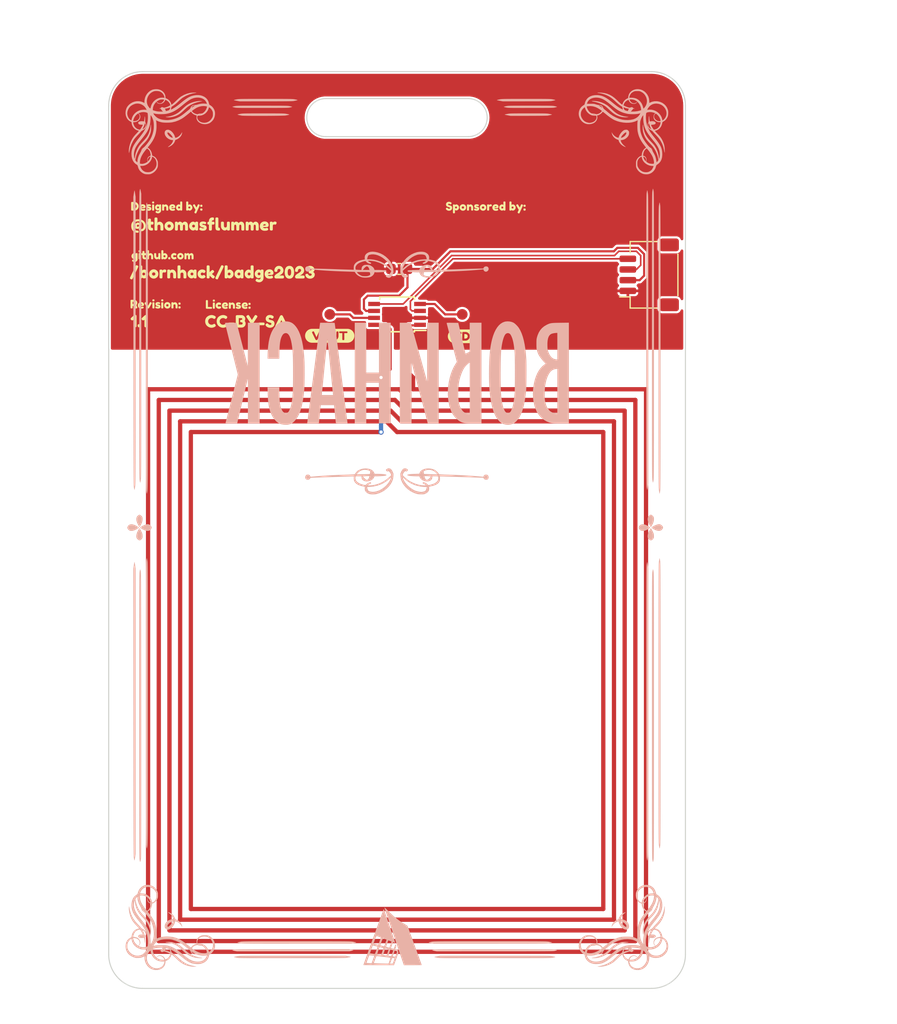
<source format=kicad_pcb>
(kicad_pcb (version 20221018) (generator pcbnew)
  (title_block (title "NFC Card Emulation (large antenna)") (date "2023-06-22") (rev "1.1"))
  (layers (0 "F.Cu" signal) (31 "B.Cu" signal) (34 "B.Paste" user) (35 "F.Paste" user) (36 "B.SilkS" user "B.Silkscreen") (37 "F.SilkS" user "F.Silkscreen") (38 "B.Mask" user) (39 "F.Mask" user) (44 "Edge.Cuts" user))
  (net 0 "")
  (net 1 "GND")
  (net 2 "VCC")
  (net 3 "/NTAG NFC/VOUT")
  (net 4 "/NTAG NFC/FD")
  (net 5 "/NTAG NFC/COIL")
  (net 6 "/SCL")
  (net 7 "/SDA")
  (footprint "kibuzzard-645C118B" (layer "F.Cu") (at 67.0675 72.55)
    (fp_text reference "kibuzzard-645C118B" hide)
    (fp_text value "G***" hide)
  )
  (footprint "TestPoint:TestPoint_Pad_D1.0mm" (layer "F.Cu") (at 88.9675 73.5)
    (fp_text reference "TP2" hide)
    (fp_text value "FieldDetect")
    (pad "1" smd circle (at 0 0) (size 1 1) (layers "F.Cu" "F.Mask") (net 4 "/NTAG NFC/FD"))
  )
  (footprint "kibuzzard-645C11AA" (layer "F.Cu") (at 68.7675 74.15)
    (fp_text reference "kibuzzard-645C11AA" hide)
    (fp_text value "G***" hide)
  )
  (footprint "kibuzzard-64946969" (layer "F.Cu") (at 60.9175 68.05)
    (fp_text reference "kibuzzard-64946969" hide)
    (fp_text value "G***" hide)
  )
  (footprint "kibuzzard-645C107E" (layer "F.Cu") (at 61.3175 63.5)
    (fp_text reference "kibuzzard-645C107E" hide)
    (fp_text value "G***" hide)
  )
  (footprint "Connector_JST:JST_SH_SM04B-SRSS-TB_1x04-1MP_P1.00mm_Horizontal" (layer "F.Cu") (at 106.4675 69.8 90)
    (fp_text reference "J3" hide)
    (fp_text value "LCSC C145956")
    (pad "1" smd roundrect (at -1.5 -2 90) (size 0.6 1.55) (layers "F.Cu" "F.Paste" "F.Mask") (net 1 "GND"))
    (pad "2" smd roundrect (at -0.5 -2 90) (size 0.6 1.55) (layers "F.Cu" "F.Paste" "F.Mask") (net 2 "VCC"))
    (pad "3" smd roundrect (at 0.5 -2 90) (size 0.6 1.55) (layers "F.Cu" "F.Paste" "F.Mask") (net 7 "/SDA"))
    (pad "4" smd roundrect (at 1.5 -2 90) (size 0.6 1.55) (layers "F.Cu" "F.Paste" "F.Mask") (net 6 "/SCL"))
    (pad "MP" smd roundrect (at -2.8 1.875 90) (size 1.2 1.8) (layers "F.Cu" "F.Paste" "F.Mask") (roundrect_rratio 0.2083333333))
    (pad "MP" smd roundrect (at 2.8 1.875 90) (size 1.2 1.8) (layers "F.Cu" "F.Paste" "F.Mask") (roundrect_rratio 0.2083333333))
  )
  (footprint "kibuzzard-645C104C" (layer "F.Cu") (at 64.7925 65.15)
    (fp_text reference "kibuzzard-645C104C" hide)
    (fp_text value "G***" hide)
  )
  (footprint "kibuzzard-649469D3" (layer "F.Cu") (at 91.1675 63.5)
    (fp_text reference "kibuzzard-649469D3" hide)
    (fp_text value "G***" hide)
  )
  (footprint "TestPoint:TestPoint_Pad_D1.0mm" (layer "F.Cu") (at 76.5675 73.5)
    (fp_text reference "TP1" hide)
    (fp_text value "VOUT")
    (pad "1" smd circle (at 0 0) (size 1 1) (layers "F.Cu" "F.Mask") (net 3 "/NTAG NFC/VOUT"))
  )
  (footprint "kibuzzard-645C1150" (layer "F.Cu") (at 60.2675 72.525)
    (fp_text reference "kibuzzard-645C1150" hide)
    (fp_text value "G***" hide)
  )
  (footprint "kibuzzard-649468E2" (layer "F.Cu") (at 88.9675 75.55)
    (fp_text reference "kibuzzard-649468E2" hide)
    (fp_text value "G***" hide)
  )
  (footprint "kibuzzard-647C9608" (layer "F.Cu") (at 58.7175 74.125)
    (fp_text reference "kibuzzard-647C9608" hide)
    (fp_text value "G***" hide)
  )
  (footprint "kibuzzard-649468CC" (layer "F.Cu") (at 76.5675 75.5)
    (fp_text reference "kibuzzard-649468CC" hide)
    (fp_text value "G***" hide)
  )
  (footprint "Capacitor_SMD:C_0603_1608Metric" (layer "F.Cu") (at 83.0675 69.25 180)
    (fp_text reference "C33" hide)
    (fp_text value "100nf")
    (pad "1" smd roundrect (at -0.775 0 180) (size 0.9 0.95) (layers "F.Cu" "F.Paste" "F.Mask") (net 2 "VCC"))
    (pad "2" smd roundrect (at 0.775 0 180) (size 0.9 0.95) (layers "F.Cu" "F.Paste" "F.Mask") (net 1 "GND"))
  )
  (footprint "Package_SO:TSSOP-8_3x3mm_P0.65mm" (layer "F.Cu") (at 82.8675 73.5 180)
    (fp_text reference "U2" hide)
    (fp_text value "NT3H2211")
    (pad "1" smd rect (at -2.15 -0.975 180) (size 1.1 0.4) (layers "F.Cu" "F.Paste" "F.Mask") (net 5 "/NTAG NFC/COIL"))
    (pad "2" smd rect (at -2.15 -0.325 180) (size 1.1 0.4) (layers "F.Cu" "F.Paste" "F.Mask") (net 1 "GND"))
    (pad "3" smd rect (at -2.15 0.325 180) (size 1.1 0.4) (layers "F.Cu" "F.Paste" "F.Mask") (net 6 "/SCL"))
    (pad "4" smd rect (at -2.15 0.975 180) (size 1.1 0.4) (layers "F.Cu" "F.Paste" "F.Mask") (net 4 "/NTAG NFC/FD"))
    (pad "5" smd rect (at 2.15 0.975 180) (size 1.1 0.4) (layers "F.Cu" "F.Paste" "F.Mask") (net 7 "/SDA"))
    (pad "6" smd rect (at 2.15 0.325 180) (size 1.1 0.4) (layers "F.Cu" "F.Paste" "F.Mask") (net 2 "VCC"))
    (pad "7" smd rect (at 2.15 -0.325 180) (size 1.1 0.4) (layers "F.Cu" "F.Paste" "F.Mask") (net 3 "/NTAG NFC/VOUT"))
    (pad "8" smd rect (at 2.15 -0.975 180) (size 1.1 0.4) (layers "F.Cu" "F.Paste" "F.Mask") (net 5 "/NTAG NFC/COIL"))
  )
  (footprint "kibuzzard-64946977" (layer "F.Cu") (at 66.5175 69.7)
    (fp_text reference "kibuzzard-64946977" hide)
    (fp_text value "G***" hide)
  )
  (footprint "LOGO" (layer "B.Cu") (at 82.8675 93.599 180)
    (fp_text reference "G***" hide)
    (fp_text value "LOGO" hide)
  )
  (gr_arc (start 106.68 50.8) (mid 108.925065 51.729936) (end 109.855 53.975) (stroke (width 0.1)) (layer "Edge.Cuts"))
  (gr_arc (start 89.535003 53.320002) (mid 91.314998 55.1) (end 89.535002 56.879998) (stroke (width 0.1)) (layer "Edge.Cuts"))
  (gr_line (start 55.88 53.975) (end 55.88 133.35) (stroke (width 0.1)) (layer "Edge.Cuts"))
  (gr_arc (start 59.055 136.525) (mid 56.809936 135.595064) (end 55.88 133.35) (stroke (width 0.1)) (layer "Edge.Cuts"))
  (gr_line (start 109.855 133.35) (end 109.855 53.975) (stroke (width 0.1)) (layer "Edge.Cuts"))
  (gr_arc (start 109.855 133.35) (mid 108.925064 135.595064) (end 106.68 136.525) (stroke (width 0.1)) (layer "Edge.Cuts"))
  (gr_line (start 89.535002 56.879998) (end 76.2 56.88) (stroke (width 0.1)) (layer "Edge.Cuts"))
  (gr_line (start 59.055 136.525) (end 106.68 136.525) (stroke (width 0.1)) (layer "Edge.Cuts"))
  (gr_arc (start 76.2 56.88) (mid 74.42 55.1) (end 76.2 53.32) (stroke (width 0.1)) (layer "Edge.Cuts"))
  (gr_line (start 106.68 50.8) (end 59.055 50.8) (stroke (width 0.1)) (layer "Edge.Cuts"))
  (gr_arc (start 55.88 53.975) (mid 56.809936 51.729936) (end 59.055 50.8) (stroke (width 0.1)) (layer "Edge.Cuts"))
  (gr_line (start 76.2 53.32) (end 89.535003 53.320002) (stroke (width 0.1)) (layer "Edge.Cuts"))
  (segment (start 105.401913 67.275499) (end 103.483087 67.275499) (width 0.2) (layer "F.Cu") (net 2))
  (segment (start 105.5675 70.3) (end 105.992001 69.875499) (width 0.2) (layer "F.Cu") (net 2))
  (segment (start 83.8425 69.25) (end 83.8425 70.975) (width 0.2) (layer "F.Cu") (net 2))
  (segment (start 80.1175 71.75) (end 79.7675 72.1) (width 0.2) (layer "F.Cu") (net 2))
  (segment (start 87.8675 67.6) (end 86.2175 69.25) (width 0.2) (layer "F.Cu") (net 2))
  (segment (start 83.0675 71.75) (end 80.1175 71.75) (width 0.2) (layer "F.Cu") (net 2))
  (segment (start 105.992001 67.865587) (end 105.401913 67.275499) (width 0.2) (layer "F.Cu") (net 2))
  (segment (start 83.8425 70.975) (end 83.0675 71.75) (width 0.2) (layer "F.Cu") (net 2))
  (segment (start 104.4675 70.3) (end 105.5675 70.3) (width 0.2) (layer "F.Cu") (net 2))
  (segment (start 79.7675 72.1) (end 79.7675 72.975) (width 0.2) (layer "F.Cu") (net 2))
  (segment (start 105.992001 69.875499) (end 105.992001 67.865587) (width 0.2) (layer "F.Cu") (net 2))
  (segment (start 79.7675 72.975) (end 79.9675 73.175) (width 0.2) (layer "F.Cu") (net 2))
  (segment (start 79.9675 73.175) (end 80.7175 73.175) (width 0.2) (layer "F.Cu") (net 2))
  (segment (start 86.2175 69.25) (end 83.8425 69.25) (width 0.2) (layer "F.Cu") (net 2))
  (segment (start 103.158586 67.6) (end 87.8675 67.6) (width 0.2) (layer "F.Cu") (net 2))
  (segment (start 103.483087 67.275499) (end 103.158586 67.6) (width 0.2) (layer "F.Cu") (net 2))
  (segment (start 78.7675 73.825) (end 78.4425 73.5) (width 0.2) (layer "F.Cu") (net 3))
  (segment (start 80.7175 73.825) (end 78.7675 73.825) (width 0.2) (layer "F.Cu") (net 3))
  (segment (start 78.4425 73.5) (end 76.5675 73.5) (width 0.2) (layer "F.Cu") (net 3))
  (segment (start 87.3675 73.5) (end 88.9675 73.5) (width 0.2) (layer "F.Cu") (net 4))
  (segment (start 85.0175 72.525) (end 86.3925 72.525) (width 0.2) (layer "F.Cu") (net 4))
  (segment (start 86.3925 72.525) (end 87.3675 73.5) (width 0.2) (layer "F.Cu") (net 4))
  (segment (start 83.6675 82.5) (end 82.6675 81.5) (width 0.4) (layer "F.Cu") (net 5))
  (segment (start 106.1675 133.1) (end 106.1675 80.5) (width 0.4) (layer "F.Cu") (net 5))
  (segment (start 63.5675 129.1) (end 102.1675 129.1) (width 0.4) (layer "F.Cu") (net 5))
  (segment (start 81.7925 74.525) (end 80.7175 74.525) (width 0.2) (layer "F.Cu") (net 5))
  (segment (start 83.9425 74.525) (end 85.0175 74.525) (width 0.2) (layer "F.Cu") (net 5))
  (segment (start 82.2675 82.5) (end 61.5675 82.5) (width 0.4) (layer "F.Cu") (net 5))
  (segment (start 82.8675 84.5) (end 81.8675 83.5) (width 0.4) (layer "F.Cu") (net 5))
  (segment (start 61.5675 131.1) (end 104.1675 131.1) (width 0.4) (layer "F.Cu") (net 5))
  (segment (start 61.5675 82.5) (end 61.5675 131.1) (width 0.4) (layer "F.Cu") (net 5))
  (segment (start 102.1675 129.1) (end 102.1675 84.5) (width 0.4) (layer "F.Cu") (net 5))
  (segment (start 102.1675 84.5) (end 82.8675 84.5) (width 0.4) (layer "F.Cu") (net 5))
  (segment (start 83.5675 78.6) (end 83.5675 74.9) (width 0.4) (layer "F.Cu") (net 5))
  (segment (start 83.5675 74.9) (end 83.9425 74.525) (width 0.2) (layer "F.Cu") (net 5))
  (segment (start 81.3675 84.5) (end 63.5675 84.5) (width 0.4) (layer "F.Cu") (net 5))
  (segment (start 59.5675 80.5) (end 59.5675 133.1) (width 0.4) (layer "F.Cu") (net 5))
  (segment (start 63.5675 84.5) (end 63.5675 129.1) (width 0.4) (layer "F.Cu") (net 5))
  (segment (start 104.1675 131.1) (end 104.1675 82.5) (width 0.4) (layer "F.Cu") (net 5))
  (segment (start 81.3675 79.4) (end 82.1675 78.6) (width 0.4) (layer "F.Cu") (net 5))
  (segment (start 103.1675 130.1) (end 103.1675 83.5) (width 0.4) (layer "F.Cu") (net 5))
  (segment (start 105.1675 81.5) (end 84.0675 81.5) (width 0.4) (layer "F.Cu") (net 5))
  (segment (start 83.0675 80.5) (end 59.5675 80.5) (width 0.4) (layer "F.Cu") (net 5))
  (segment (start 82.1675 78.6) (end 82.1675 74.9) (width 0.4) (layer "F.Cu") (net 5))
  (segment (start 62.5675 130.1) (end 103.1675 130.1) (width 0.4) (layer "F.Cu") (net 5))
  (segment (start 60.5675 132.1) (end 105.1675 132.1) (width 0.4) (layer "F.Cu") (net 5))
  (segment (start 81.8675 83.5) (end 62.5675 83.5) (width 0.4) (layer "F.Cu") (net 5))
  (segment (start 104.1675 82.5) (end 83.6675 82.5) (width 0.4) (layer "F.Cu") (net 5))
  (segment (start 84.3675 80.5) (end 84.3675 79.4) (width 0.4) (layer "F.Cu") (net 5))
  (segment (start 62.5675 83.5) (end 62.5675 130.1) (width 0.4) (layer "F.Cu") (net 5))
  (segment (start 82.1675 74.9) (end 81.7925 74.525) (width 0.2) (layer "F.Cu") (net 5))
  (segment (start 59.5675 133.1) (end 106.1675 133.1) (width 0.4) (layer "F.Cu") (net 5))
  (segment (start 84.0675 81.5) (end 83.0675 80.5) (width 0.4) (layer "F.Cu") (net 5))
  (segment (start 83.2675 83.5) (end 82.2675 82.5) (width 0.4) (layer "F.Cu") (net 5))
  (segment (start 60.5675 81.5) (end 60.5675 132.1) (width 0.4) (layer "F.Cu") (net 5))
  (segment (start 105.1675 132.1) (end 105.1675 81.5) (width 0.4) (layer "F.Cu") (net 5))
  (segment (start 106.1675 80.5) (end 84.3675 80.5) (width 0.4) (layer "F.Cu") (net 5))
  (segment (start 103.1675 83.5) (end 83.2675 83.5) (width 0.4) (layer "F.Cu") (net 5))
  (segment (start 84.3675 79.4) (end 83.5675 78.6) (width 0.4) (layer "F.Cu") (net 5))
  (segment (start 82.6675 81.5) (end 60.5675 81.5) (width 0.4) (layer "F.Cu") (net 5))
  (via (at 81.3675 79.4) (size 0.5) (drill 0.3) (layers "F.Cu" "B.Cu") (net 5))
  (via (at 81.3675 84.5) (size 0.5) (drill 0.3) (layers "F.Cu" "B.Cu") (net 5))
  (segment (start 81.3675 84.5) (end 81.3675 79.4) (width 0.4) (layer "B.Cu") (net 5))
  (segment (start 88.091058 68.3) (end 84.1175 72.273558) (width 0.15) (layer "F.Cu") (net 6))
  (segment (start 84.2675 73.175) (end 85.0175 73.175) (width 0.15) (layer "F.Cu") (net 6))
  (segment (start 84.1175 72.273558) (end 84.1175 73.025) (width 0.15) (layer "F.Cu") (net 6))
  (segment (start 84.1175 73.025) (end 84.2675 73.175) (width 0.15) (layer "F.Cu") (net 6))
  (segment (start 104.4675 68.3) (end 88.091058 68.3) (width 0.15) (layer "F.Cu") (net 6))
  (segment (start 83.4425 72.525) (end 80.7175 72.525) (width 0.15) (layer "F.Cu") (net 7))
  (segment (start 105.2675 69.3) (end 105.6675 68.9) (width 0.15) (layer "F.Cu") (net 7))
  (segment (start 105.6675 68.9) (end 105.6675 68) (width 0.15) (layer "F.Cu") (net 7))
  (segment (start 103.2175 68) (end 87.9675 68) (width 0.15) (layer "F.Cu") (net 7))
  (segment (start 105.2675 67.6) (end 103.6175 67.6) (width 0.15) (layer "F.Cu") (net 7))
  (segment (start 103.6175 67.6) (end 103.2175 68) (width 0.15) (layer "F.Cu") (net 7))
  (segment (start 105.6675 68) (end 105.2675 67.6) (width 0.15) (layer "F.Cu") (net 7))
  (segment (start 104.4675 69.3) (end 105.2675 69.3) (width 0.15) (layer "F.Cu") (net 7))
  (segment (start 87.9675 68) (end 83.4425 72.525) (width 0.15) (layer "F.Cu") (net 7))
  (zone (net 1) (net_name "GND") (layer "F.Cu") (connect_pads (clearance 0.2)) (min_thickness 0.25) (fill yes (thermal_gap 0.2) (thermal_bridge_width 0.25))
    (polygon (pts (xy 55.8675 50.8) (xy 109.8675 50.8) (xy 109.8675 76.8) (xy 55.8675 76.8)))
  )
)
</source>
